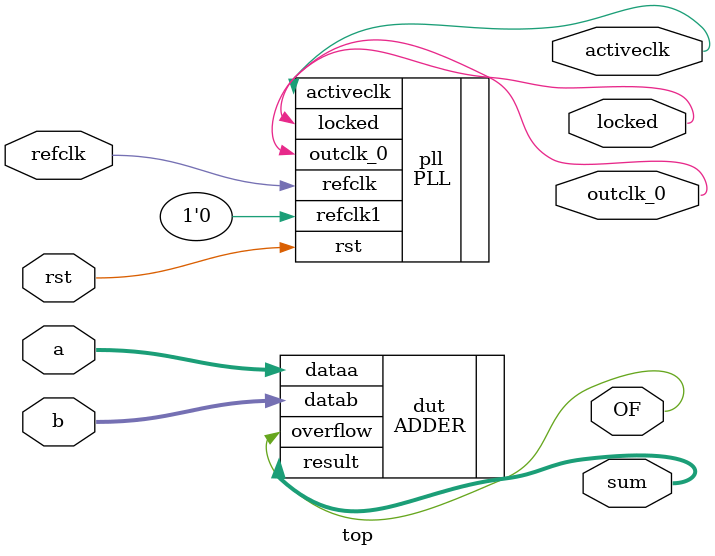
<source format=v>
`timescale 1 ns / 1 ps

module top (
    input  wire [31:0] a,
    input  wire [31:0] b,
    input  wire        refclk,
    input  wire        rst,
    output wire [31:0] sum,
    output wire        OF,
    output wire        outclk_0,
    output wire        locked,
    output wire        activeclk
);

reg [31:0] mem;

ADDER dut (
.dataa(a),
.datab(b),
.overflow(OF),
.result(sum)
);

PLL pll (
		.refclk    (refclk),    //    refclk.clk
		.rst       (rst),       //     reset.reset
		.outclk_0  (outclk_0),  //   outclk0.clk
		.locked    (locked),    //    locked.export
		.refclk1   (1'b0),   //   refclk1.refclk1
		.activeclk (activeclk)  // activeclk.activeclk
);


always@(posedge outclk_0) begin
if(rst || !locked)
	mem <= 32'h0;
else 
	mem <= sum;
	$display("data written in reg: %h", sum);
end


endmodule
 
</source>
